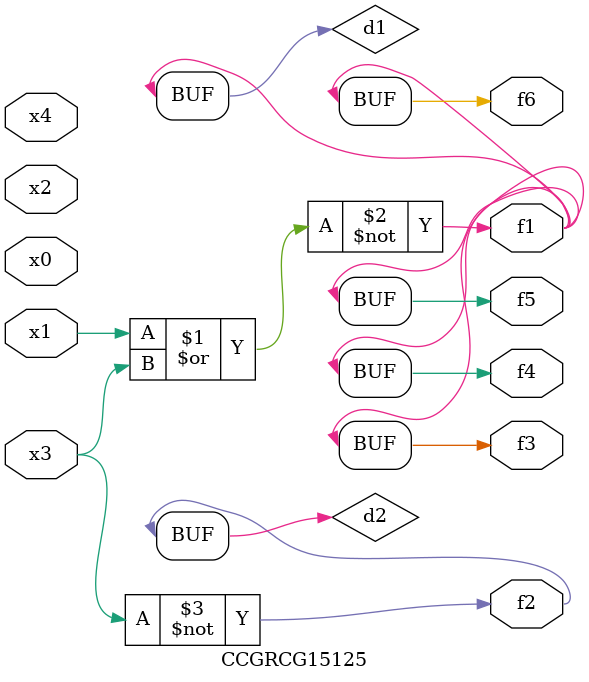
<source format=v>
module CCGRCG15125(
	input x0, x1, x2, x3, x4,
	output f1, f2, f3, f4, f5, f6
);

	wire d1, d2;

	nor (d1, x1, x3);
	not (d2, x3);
	assign f1 = d1;
	assign f2 = d2;
	assign f3 = d1;
	assign f4 = d1;
	assign f5 = d1;
	assign f6 = d1;
endmodule

</source>
